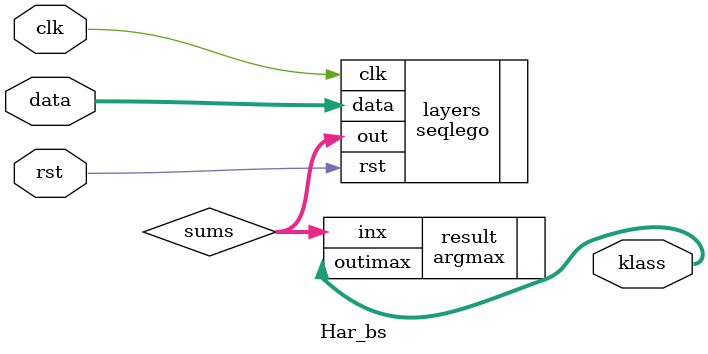
<source format=v>













module Har_bs #(

parameter N = 12,
parameter M = 40,
parameter B = 4,
parameter C = 6,
parameter Ts = 5


  ) (
  input clk,
  input rst,
  input [N*B-1:0] data,
  output [$clog2(C)-1:0] klass
  );

  localparam Weights0 = 480'b111010100100110001110010001111111101001100000101000001000110101011100001001011000011100101111101101010010110010111000010101000001001010101010101111001000010001110000011110010011010001110100000010111011101001010000101111011111010010001111110010000001110001011011110110000000111110100000100100110101110111001001100110010010000110001101100101110000101111110000010111011111001000101010101100001000011101001100011111100011000010010100010010101011100001111100001000011010111011010111100 ;
  localparam Weights1 = 240'b001000111100001110010000101000100100111010000011111100011000110000000110111111101011001011010011101101010110011000101010010101000100001110101100011110111110011100101110010110101010010100111111011010110001010001101001111101000001101111100111 ;

  localparam SumL = $clog2(M+1);
  wire [SumL*C-1:0] sums;

  seqlego #(.N(N),.B(B),.M(M),.C(C),.Weights0(Weights0),.Weights1(Weights1)) layers (
    .clk(clk),
    .rst(rst),
    .data(data),
    .out(sums)
  );

  argmax #(.N(C),.I($clog2(C)),.K(SumL)) result (
     .inx(sums),
     .outimax(klass)
  );

endmodule

</source>
